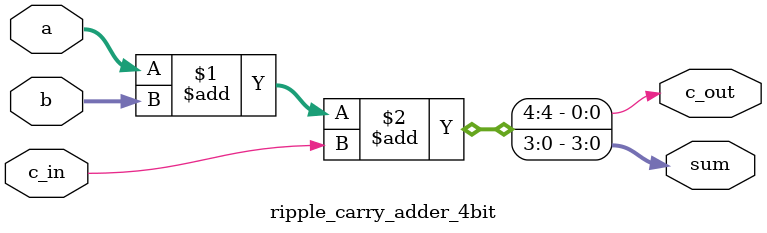
<source format=v>
module ripple_carry_adder_4bit(sum, c_out, a, b, c_in);
input [3:0] a, b;
input c_in;
output [3:0] sum;
output c_out;

assign {c_out, sum} = a + b + c_in;
endmodule

</source>
